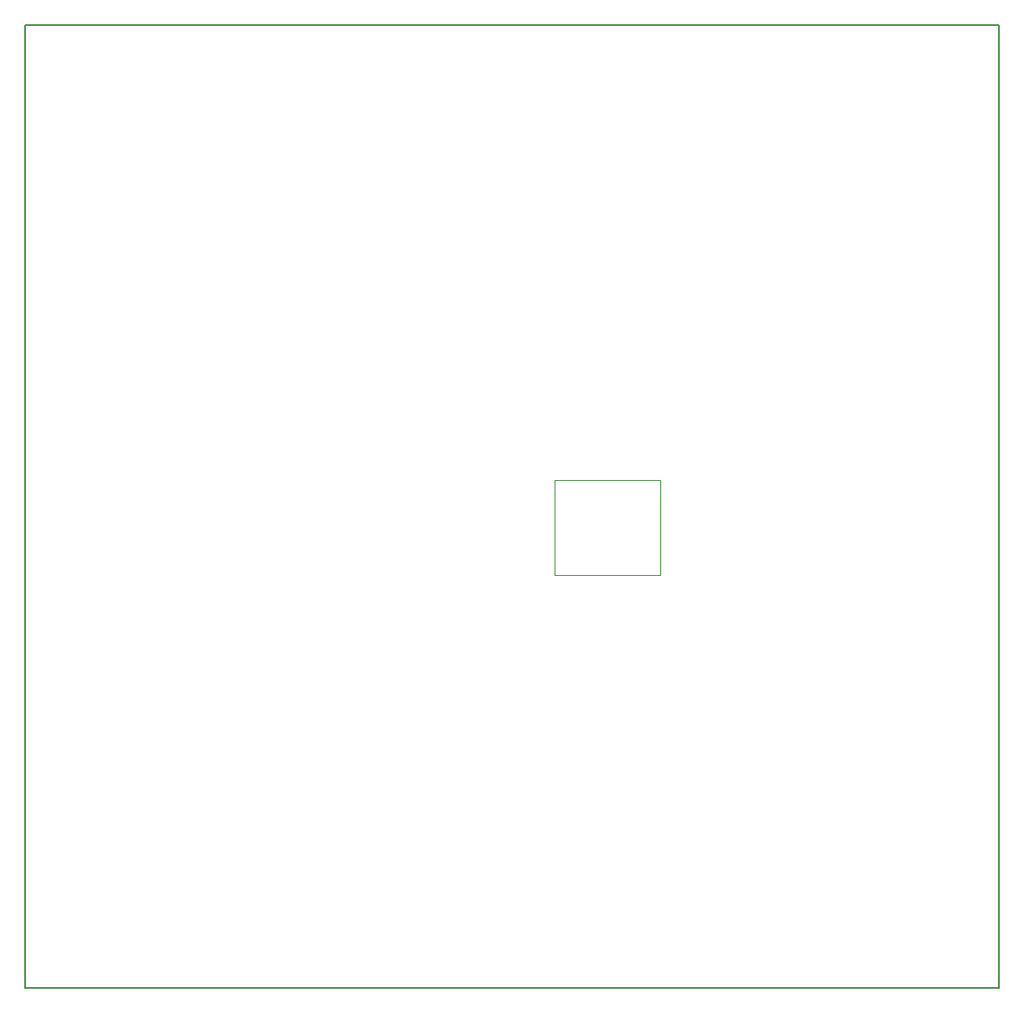
<source format=gko>
G04*
G04 #@! TF.GenerationSoftware,Altium Limited,Altium Designer,18.1.6 (161)*
G04*
G04 Layer_Color=16711935*
%FSTAX24Y24*%
%MOIN*%
G70*
G01*
G75*
%ADD14C,0.0079*%
%ADD19C,0.0039*%
D14*
X027992Y013386D02*
X064213D01*
X027992Y049213D02*
X027992Y013386D01*
X064213Y049213D02*
X064213Y013386D01*
X027992Y049213D02*
X064213D01*
D19*
X047677Y02874D02*
Y032283D01*
Y02874D02*
X051614D01*
Y032283D01*
X048071D02*
X051614D01*
X047677D02*
X051614D01*
M02*

</source>
